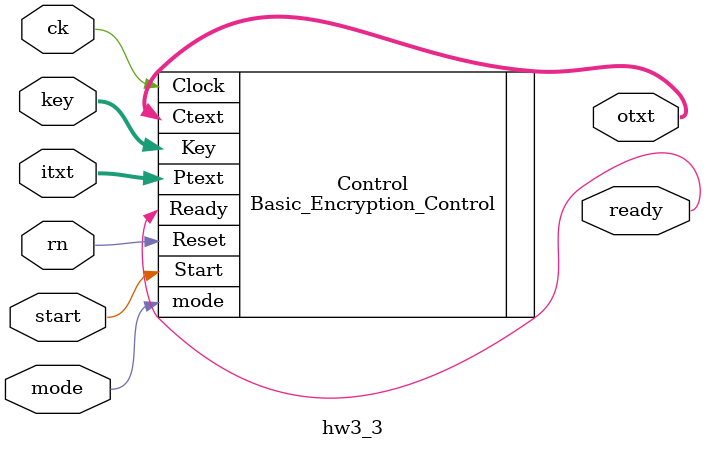
<source format=sv>
module hw3_3 (

input logic rn,
input logic ck,
input logic mode,
input logic start,
input logic [23:0] itxt,
input logic [23:0] key,

output logic [23:0] otxt,
output logic ready
);

Basic_Encryption_Control Control (
.Reset (rn),
.Clock (ck),
.mode (mode),
.Start (start),
.Ptext (itxt),
.Key (key),
.Ctext (otxt),
.Ready (ready)
);

endmodule 
</source>
